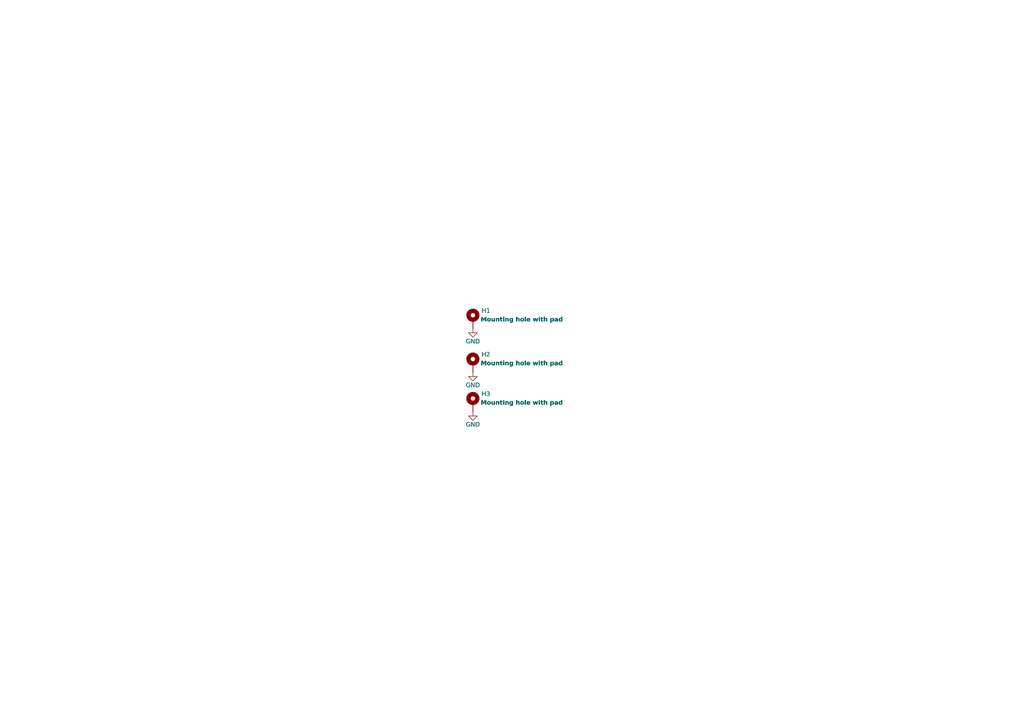
<source format=kicad_sch>
(kicad_sch
	(version 20231120)
	(generator "eeschema")
	(generator_version "8.0")
	(uuid "ed76fc2a-29b6-4f04-9d8d-03774245228b")
	(paper "A4")
	(title_block
		(title "HexTrack PCB")
		(date "2025-01-09")
		(rev "v0.0.1")
		(company "TMShader")
		(comment 9 "HexTrack")
	)
	(lib_symbols
		(symbol "Mechanical:MountingHole_Pad"
			(pin_numbers hide)
			(pin_names
				(offset 1.016) hide)
			(exclude_from_sim yes)
			(in_bom no)
			(on_board yes)
			(property "Reference" "H"
				(at 0 6.35 0)
				(effects
					(font
						(size 1.27 1.27)
					)
				)
			)
			(property "Value" "MountingHole_Pad"
				(at 0 4.445 0)
				(effects
					(font
						(size 1.27 1.27)
					)
				)
			)
			(property "Footprint" ""
				(at 0 0 0)
				(effects
					(font
						(size 1.27 1.27)
					)
					(hide yes)
				)
			)
			(property "Datasheet" "~"
				(at 0 0 0)
				(effects
					(font
						(size 1.27 1.27)
					)
					(hide yes)
				)
			)
			(property "Description" "Mounting Hole with connection"
				(at 0 0 0)
				(effects
					(font
						(size 1.27 1.27)
					)
					(hide yes)
				)
			)
			(property "ki_keywords" "mounting hole"
				(at 0 0 0)
				(effects
					(font
						(size 1.27 1.27)
					)
					(hide yes)
				)
			)
			(property "ki_fp_filters" "MountingHole*Pad*"
				(at 0 0 0)
				(effects
					(font
						(size 1.27 1.27)
					)
					(hide yes)
				)
			)
			(symbol "MountingHole_Pad_0_1"
				(circle
					(center 0 1.27)
					(radius 1.27)
					(stroke
						(width 1.27)
						(type default)
					)
					(fill
						(type none)
					)
				)
			)
			(symbol "MountingHole_Pad_1_1"
				(pin input line
					(at 0 -2.54 90)
					(length 2.54)
					(name "1"
						(effects
							(font
								(size 1.27 1.27)
							)
						)
					)
					(number "1"
						(effects
							(font
								(size 1.27 1.27)
							)
						)
					)
				)
			)
		)
		(symbol "power:GND"
			(power)
			(pin_numbers hide)
			(pin_names
				(offset 0) hide)
			(exclude_from_sim no)
			(in_bom yes)
			(on_board yes)
			(property "Reference" "#PWR"
				(at 0 -6.35 0)
				(effects
					(font
						(size 1.27 1.27)
					)
					(hide yes)
				)
			)
			(property "Value" "GND"
				(at 0 -3.81 0)
				(effects
					(font
						(size 1.27 1.27)
					)
				)
			)
			(property "Footprint" ""
				(at 0 0 0)
				(effects
					(font
						(size 1.27 1.27)
					)
					(hide yes)
				)
			)
			(property "Datasheet" ""
				(at 0 0 0)
				(effects
					(font
						(size 1.27 1.27)
					)
					(hide yes)
				)
			)
			(property "Description" "Power symbol creates a global label with name \"GND\" , ground"
				(at 0 0 0)
				(effects
					(font
						(size 1.27 1.27)
					)
					(hide yes)
				)
			)
			(property "ki_keywords" "global power"
				(at 0 0 0)
				(effects
					(font
						(size 1.27 1.27)
					)
					(hide yes)
				)
			)
			(symbol "GND_0_1"
				(polyline
					(pts
						(xy 0 0) (xy 0 -1.27) (xy 1.27 -1.27) (xy 0 -2.54) (xy -1.27 -1.27) (xy 0 -1.27)
					)
					(stroke
						(width 0)
						(type default)
					)
					(fill
						(type none)
					)
				)
			)
			(symbol "GND_1_1"
				(pin power_in line
					(at 0 0 270)
					(length 0)
					(name "~"
						(effects
							(font
								(size 1.27 1.27)
							)
						)
					)
					(number "1"
						(effects
							(font
								(size 1.27 1.27)
							)
						)
					)
				)
			)
		)
	)
	(text "${SHEETNAME}"
		(exclude_from_sim no)
		(at 19.05 25.4 0)
		(effects
			(font
				(face "Lexend")
				(size 8 8)
				(thickness 1.6256)
				(bold yes)
			)
			(justify left top)
		)
		(uuid "94d62946-d1ae-40f7-b733-23c15729c657")
	)
	(symbol
		(lib_id "Mechanical:MountingHole_Pad")
		(at 137.16 116.84 0)
		(unit 1)
		(exclude_from_sim yes)
		(in_bom no)
		(on_board yes)
		(dnp no)
		(uuid "0570eda0-ee14-4e4b-8c04-eda89606d7dd")
		(property "Reference" "H3"
			(at 139.7 114.3 0)
			(effects
				(font
					(face "Lexend")
					(size 1.27 1.27)
				)
				(justify left)
			)
		)
		(property "Value" "Mounting hole with pad"
			(at 139.7 116.84 0)
			(effects
				(font
					(face "Lexend")
					(size 1.27 1.27)
					(thickness 0.254)
					(bold yes)
				)
				(justify left)
			)
		)
		(property "Footprint" "MountingHole:MountingHole_3.2mm_M3_Pad_Via"
			(at 137.16 116.84 0)
			(effects
				(font
					(size 1.27 1.27)
				)
				(hide yes)
			)
		)
		(property "Datasheet" "~"
			(at 137.16 116.84 0)
			(effects
				(font
					(size 1.27 1.27)
				)
				(hide yes)
			)
		)
		(property "Description" "Mounting Hole with connection"
			(at 137.16 116.84 0)
			(effects
				(font
					(size 1.27 1.27)
				)
				(hide yes)
			)
		)
		(pin "1"
			(uuid "f48d8696-506c-47d3-8446-68fb196e1077")
		)
		(instances
			(project "hextrack"
				(path "/e03ae3c5-ddb7-48ac-a408-9dcc58a57689/9836e963-ec32-4c01-99da-5c973017755a/b1b45fc2-b729-4747-b7cc-9958adb1922a"
					(reference "H3")
					(unit 1)
				)
			)
		)
	)
	(symbol
		(lib_id "Mechanical:MountingHole_Pad")
		(at 137.16 105.41 0)
		(unit 1)
		(exclude_from_sim yes)
		(in_bom no)
		(on_board yes)
		(dnp no)
		(uuid "46d46f0a-4e46-45ef-b14f-9909b3e7bc3e")
		(property "Reference" "H2"
			(at 139.7 102.87 0)
			(effects
				(font
					(face "Lexend")
					(size 1.27 1.27)
				)
				(justify left)
			)
		)
		(property "Value" "Mounting hole with pad"
			(at 139.7 105.41 0)
			(effects
				(font
					(face "Lexend")
					(size 1.27 1.27)
					(thickness 0.254)
					(bold yes)
				)
				(justify left)
			)
		)
		(property "Footprint" "MountingHole:MountingHole_3.2mm_M3_Pad_Via"
			(at 137.16 105.41 0)
			(effects
				(font
					(size 1.27 1.27)
				)
				(hide yes)
			)
		)
		(property "Datasheet" "~"
			(at 137.16 105.41 0)
			(effects
				(font
					(size 1.27 1.27)
				)
				(hide yes)
			)
		)
		(property "Description" "Mounting Hole with connection"
			(at 137.16 105.41 0)
			(effects
				(font
					(size 1.27 1.27)
				)
				(hide yes)
			)
		)
		(pin "1"
			(uuid "d5f27b5f-759e-4989-9256-ed7e7c143593")
		)
		(instances
			(project "hextrack"
				(path "/e03ae3c5-ddb7-48ac-a408-9dcc58a57689/9836e963-ec32-4c01-99da-5c973017755a/b1b45fc2-b729-4747-b7cc-9958adb1922a"
					(reference "H2")
					(unit 1)
				)
			)
		)
	)
	(symbol
		(lib_id "power:GND")
		(at 137.16 107.95 0)
		(unit 1)
		(exclude_from_sim no)
		(in_bom yes)
		(on_board yes)
		(dnp no)
		(uuid "63324b32-6af6-4803-837e-4a5670765a38")
		(property "Reference" "#PWR012"
			(at 137.16 114.3 0)
			(effects
				(font
					(size 1.27 1.27)
				)
				(hide yes)
			)
		)
		(property "Value" "GND"
			(at 137.16 111.76 0)
			(effects
				(font
					(face "Lexend")
					(size 1.27 1.27)
				)
			)
		)
		(property "Footprint" ""
			(at 137.16 107.95 0)
			(effects
				(font
					(size 1.27 1.27)
				)
				(hide yes)
			)
		)
		(property "Datasheet" ""
			(at 137.16 107.95 0)
			(effects
				(font
					(size 1.27 1.27)
				)
				(hide yes)
			)
		)
		(property "Description" "Power symbol creates a global label with name \"GND\" , ground"
			(at 137.16 107.95 0)
			(effects
				(font
					(size 1.27 1.27)
				)
				(hide yes)
			)
		)
		(pin "1"
			(uuid "7c0e7f5b-c8e2-4b93-aaba-e01d12fa1ba0")
		)
		(instances
			(project "hextrack"
				(path "/e03ae3c5-ddb7-48ac-a408-9dcc58a57689/9836e963-ec32-4c01-99da-5c973017755a/b1b45fc2-b729-4747-b7cc-9958adb1922a"
					(reference "#PWR012")
					(unit 1)
				)
			)
		)
	)
	(symbol
		(lib_id "Mechanical:MountingHole_Pad")
		(at 137.16 92.71 0)
		(unit 1)
		(exclude_from_sim yes)
		(in_bom no)
		(on_board yes)
		(dnp no)
		(fields_autoplaced yes)
		(uuid "73375872-e28c-4fdd-aa57-29ce8fbad4f4")
		(property "Reference" "H1"
			(at 139.7 90.17 0)
			(effects
				(font
					(face "Lexend")
					(size 1.27 1.27)
				)
				(justify left)
			)
		)
		(property "Value" "Mounting hole with pad"
			(at 139.7 92.71 0)
			(effects
				(font
					(face "Lexend")
					(size 1.27 1.27)
					(thickness 0.254)
					(bold yes)
				)
				(justify left)
			)
		)
		(property "Footprint" "MountingHole:MountingHole_3.2mm_M3_Pad_Via"
			(at 137.16 92.71 0)
			(effects
				(font
					(size 1.27 1.27)
				)
				(hide yes)
			)
		)
		(property "Datasheet" "~"
			(at 137.16 92.71 0)
			(effects
				(font
					(size 1.27 1.27)
				)
				(hide yes)
			)
		)
		(property "Description" "Mounting Hole with connection"
			(at 137.16 92.71 0)
			(effects
				(font
					(size 1.27 1.27)
				)
				(hide yes)
			)
		)
		(pin "1"
			(uuid "b9a7239b-d467-42ee-9ee1-0e4b29caf622")
		)
		(instances
			(project ""
				(path "/e03ae3c5-ddb7-48ac-a408-9dcc58a57689/9836e963-ec32-4c01-99da-5c973017755a/b1b45fc2-b729-4747-b7cc-9958adb1922a"
					(reference "H1")
					(unit 1)
				)
			)
		)
	)
	(symbol
		(lib_id "power:GND")
		(at 137.16 95.25 0)
		(unit 1)
		(exclude_from_sim no)
		(in_bom yes)
		(on_board yes)
		(dnp no)
		(uuid "970ea16f-c137-44e6-b402-de28aa5a515f")
		(property "Reference" "#PWR010"
			(at 137.16 101.6 0)
			(effects
				(font
					(size 1.27 1.27)
				)
				(hide yes)
			)
		)
		(property "Value" "GND"
			(at 137.16 99.06 0)
			(effects
				(font
					(face "Lexend")
					(size 1.27 1.27)
				)
			)
		)
		(property "Footprint" ""
			(at 137.16 95.25 0)
			(effects
				(font
					(size 1.27 1.27)
				)
				(hide yes)
			)
		)
		(property "Datasheet" ""
			(at 137.16 95.25 0)
			(effects
				(font
					(size 1.27 1.27)
				)
				(hide yes)
			)
		)
		(property "Description" "Power symbol creates a global label with name \"GND\" , ground"
			(at 137.16 95.25 0)
			(effects
				(font
					(size 1.27 1.27)
				)
				(hide yes)
			)
		)
		(pin "1"
			(uuid "b6bc45d5-1fb9-4aaf-9743-59fc188d05d5")
		)
		(instances
			(project "hextrack"
				(path "/e03ae3c5-ddb7-48ac-a408-9dcc58a57689/9836e963-ec32-4c01-99da-5c973017755a/b1b45fc2-b729-4747-b7cc-9958adb1922a"
					(reference "#PWR010")
					(unit 1)
				)
			)
		)
	)
	(symbol
		(lib_id "power:GND")
		(at 137.16 119.38 0)
		(unit 1)
		(exclude_from_sim no)
		(in_bom yes)
		(on_board yes)
		(dnp no)
		(uuid "c3ae13c5-bcce-49c5-862e-7dd67403eddd")
		(property "Reference" "#PWR013"
			(at 137.16 125.73 0)
			(effects
				(font
					(size 1.27 1.27)
				)
				(hide yes)
			)
		)
		(property "Value" "GND"
			(at 137.16 123.19 0)
			(effects
				(font
					(face "Lexend")
					(size 1.27 1.27)
				)
			)
		)
		(property "Footprint" ""
			(at 137.16 119.38 0)
			(effects
				(font
					(size 1.27 1.27)
				)
				(hide yes)
			)
		)
		(property "Datasheet" ""
			(at 137.16 119.38 0)
			(effects
				(font
					(size 1.27 1.27)
				)
				(hide yes)
			)
		)
		(property "Description" "Power symbol creates a global label with name \"GND\" , ground"
			(at 137.16 119.38 0)
			(effects
				(font
					(size 1.27 1.27)
				)
				(hide yes)
			)
		)
		(pin "1"
			(uuid "9ae60a34-c2e0-4937-9a5c-67466e1731d0")
		)
		(instances
			(project "hextrack"
				(path "/e03ae3c5-ddb7-48ac-a408-9dcc58a57689/9836e963-ec32-4c01-99da-5c973017755a/b1b45fc2-b729-4747-b7cc-9958adb1922a"
					(reference "#PWR013")
					(unit 1)
				)
			)
		)
	)
)

</source>
